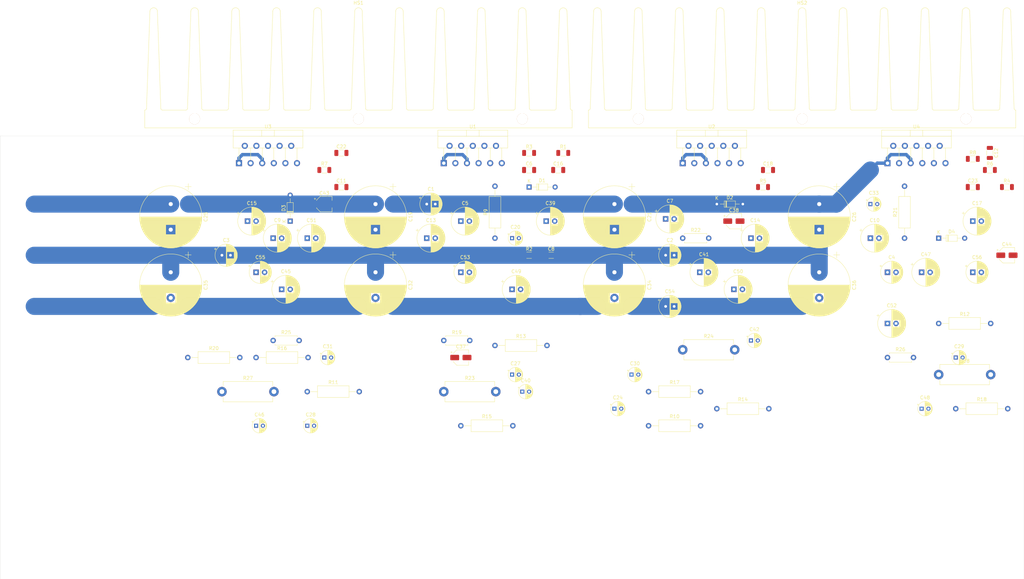
<source format=kicad_pcb>
(kicad_pcb (version 20171130) (host pcbnew "(5.1.9)-1")
  (layers (0 F.Cu signal) (31 B.Cu signal) (34 B.Paste user) (35 F.Paste user) (36 B.SilkS user) (37 F.SilkS user) (38 B.Mask user) (39 F.Mask user) (44 Edge.Cuts user))
  (net 0 "")
  (net 1 PWR_GND)
  (net 2 V+_1)
  (net 3 V+_2)
  (net 4 V+_3)
  (net 5 V+_4)
  (net 6 AUDIO_IN_LF)
  (net 7 "Net-(C6-Pad1)")
  (net 8 "Net-(C8-Pad1)")
  (net 9 AUDIO_IN_RF)
  (net 10 "Net-(C11-Pad1)")
  (net 11 AUDIO_IN_LB)
  (net 12 AUDIO_IN_RB)
  (net 13 "Net-(C12-Pad1)")
  (net 14 "Net-(C16-Pad1)")
  (net 15 SIG_GND)
  (net 16 "Net-(C18-Pad1)")
  (net 17 "Net-(C20-Pad1)")
  (net 18 "Net-(C22-Pad1)")
  (net 19 "Net-(C23-Pad1)")
  (net 20 "Net-(C24-Pad1)")
  (net 21 "Net-(C27-Pad2)")
  (net 22 "Net-(C27-Pad1)")
  (net 23 "Net-(C28-Pad1)")
  (net 24 "Net-(C29-Pad1)")
  (net 25 "Net-(C30-Pad2)")
  (net 26 "Net-(C30-Pad1)")
  (net 27 "Net-(C31-Pad1)")
  (net 28 "Net-(C31-Pad2)")
  (net 29 V-_1)
  (net 30 "Net-(C33-Pad1)")
  (net 31 "Net-(C33-Pad2)")
  (net 32 V-_2)
  (net 33 V-_3)
  (net 34 V-_4)
  (net 35 "Net-(C37-Pad2)")
  (net 36 "Net-(C38-Pad2)")
  (net 37 "Net-(C40-Pad2)")
  (net 38 "Net-(C42-Pad2)")
  (net 39 "Net-(C43-Pad2)")
  (net 40 "Net-(C44-Pad2)")
  (net 41 "Net-(C46-Pad2)")
  (net 42 "Net-(C48-Pad2)")
  (net 43 "Net-(D1-Pad1)")
  (net 44 "Net-(D2-Pad1)")
  (net 45 "Net-(D3-Pad1)")
  (net 46 "Net-(D4-Pad1)")
  (net 47 AUDIO_OUT_LF)
  (net 48 AUDIO_OUT_PF)
  (net 49 AUDIO_OUT_LB)
  (net 50 AUDIO_OUT_RB)
  (net 51 "Net-(U1-Pad11)")
  (net 52 "Net-(U1-Pad6)")
  (net 53 "Net-(U1-Pad2)")
  (net 54 "Net-(U2-Pad11)")
  (net 55 "Net-(U2-Pad6)")
  (net 56 "Net-(U2-Pad2)")
  (net 57 "Net-(U3-Pad2)")
  (net 58 "Net-(U3-Pad6)")
  (net 59 "Net-(U3-Pad11)")
  (net 60 "Net-(U4-Pad2)")
  (net 61 "Net-(U4-Pad6)")
  (net 62 "Net-(U4-Pad11)")
  (module Capacitor_THT:CP_Radial_D18.0mm_P7.50mm (layer F.Cu) (at 340 140 270)
    (fp_text reference C36 (at 3.75 -10.25 90) (layer F.SilkS))
    (fp_text value "4 700uF")
    (pad 2 thru_hole circle (at 7.5 0 270) (size 2.4 2.4) (drill 1.2) (layers *.Cu *.Mask) (net 34 V-_4))
    (pad 1 thru_hole rect (at 0 0 270) (size 2.4 2.4) (drill 1.2) (layers *.Cu *.Mask) (net 1 PWR_GND))
  )
  (module Capacitor_THT:CP_Radial_D18.0mm_P7.50mm (layer F.Cu) (at 150 140 270)
    (fp_text reference C35 (at 3.75 -10.25 90) (layer F.SilkS))
    (fp_text value "4 700uF")
    (pad 2 thru_hole circle (at 7.5 0 270) (size 2.4 2.4) (drill 1.2) (layers *.Cu *.Mask) (net 33 V-_3))
    (pad 1 thru_hole rect (at 0 0 270) (size 2.4 2.4) (drill 1.2) (layers *.Cu *.Mask) (net 1 PWR_GND))
  )
  (module Capacitor_THT:CP_Radial_D18.0mm_P7.50mm (layer F.Cu) (at 280 140 270)
    (fp_text reference C34 (at 3.75 -10.25 90) (layer F.SilkS))
    (fp_text value "4 700uF")
    (pad 2 thru_hole circle (at 7.5 0 270) (size 2.4 2.4) (drill 1.2) (layers *.Cu *.Mask) (net 32 V-_2))
    (pad 1 thru_hole rect (at 0 0 270) (size 2.4 2.4) (drill 1.2) (layers *.Cu *.Mask) (net 1 PWR_GND))
  )
  (module Capacitor_THT:CP_Radial_D18.0mm_P7.50mm (layer F.Cu) (at 210 140 270)
    (fp_text reference C32 (at 3.75 -10.25 90) (layer F.SilkS))
    (fp_text value "4 700uF")
    (pad 2 thru_hole circle (at 7.5 0 270) (size 2.4 2.4) (drill 1.2) (layers *.Cu *.Mask) (net 29 V-_1))
    (pad 1 thru_hole rect (at 0 0 270) (size 2.4 2.4) (drill 1.2) (layers *.Cu *.Mask) (net 1 PWR_GND))
  )
  (module Capacitor_THT:CP_Radial_D18.0mm_P7.50mm (layer F.Cu) (at 340 120 270)
    (fp_text reference C26 (at 3.75 -10.25 90) (layer F.SilkS))
    (fp_text value "4 700uF")
    (pad 2 thru_hole circle (at 7.5 0 270) (size 2.4 2.4) (drill 1.2) (layers *.Cu *.Mask) (net 1 PWR_GND))
    (pad 1 thru_hole rect (at 0 0 270) (size 2.4 2.4) (drill 1.2) (layers *.Cu *.Mask) (net 5 V+_4))
  )
  (module Capacitor_THT:CP_Radial_D18.0mm_P7.50mm (layer F.Cu) (at 150 120 270)
    (fp_text reference C25 (at 3.75 -10.25 90) (layer F.SilkS))
    (fp_text value "4 700uF")
    (pad 2 thru_hole circle (at 7.5 0 270) (size 2.4 2.4) (drill 1.2) (layers *.Cu *.Mask) (net 1 PWR_GND))
    (pad 1 thru_hole rect (at 0 0 270) (size 2.4 2.4) (drill 1.2) (layers *.Cu *.Mask) (net 4 V+_3))
  )
  (module Capacitor_THT:CP_Radial_D18.0mm_P7.50mm (layer F.Cu) (at 280 120 270)
    (fp_text reference C21 (at 3.75 -10.25 90) (layer F.SilkS))
    (fp_text value "4 700uF")
    (pad 2 thru_hole circle (at 7.5 0 270) (size 2.4 2.4) (drill 1.2) (layers *.Cu *.Mask) (net 1 PWR_GND))
    (pad 1 thru_hole rect (at 0 0 270) (size 2.4 2.4) (drill 1.2) (layers *.Cu *.Mask) (net 3 V+_2))
  )
  (module Capacitor_THT:CP_Radial_D18.0mm_P7.50mm (layer F.Cu) (at 210 120 270)
    (fp_text reference C19 (at 3.75 -10.25 90) (layer F.SilkS))
    (fp_text value "4 700uF")
    (pad 2 thru_hole circle (at 7.5 0 270) (size 2.4 2.4) (drill 1.2) (layers *.Cu *.Mask) (net 1 PWR_GND))
    (pad 1 thru_hole rect (at 0 0 270) (size 2.4 2.4) (drill 1.2) (layers *.Cu *.Mask) (net 2 V+_1))
  )
  (module Capacitor_THT:CP_Radial_D6.3mm_P2.50mm (layer F.Cu) (at 225 120)
    (fp_text reference C1 (at 1.25 -4.4) (layer F.SilkS))
    (fp_text value 4,7uF)
    (pad 2 thru_hole circle (at 2.5 0) (size 1.6 1.6) (drill 0.8) (layers *.Cu *.Mask) (net 1 PWR_GND))
    (pad 1 thru_hole rect (at 0 0) (size 1.6 1.6) (drill 0.8) (layers *.Cu *.Mask) (net 2 V+_1))
  )
  (module Capacitor_THT:CP_Radial_D6.3mm_P2.50mm (layer F.Cu) (at 295 135)
    (fp_text reference C2 (at 1.25 -4.4) (layer F.SilkS))
    (fp_text value 4,7uF)
    (pad 2 thru_hole circle (at 2.5 0) (size 1.6 1.6) (drill 0.8) (layers *.Cu *.Mask) (net 1 PWR_GND))
    (pad 1 thru_hole rect (at 0 0) (size 1.6 1.6) (drill 0.8) (layers *.Cu *.Mask) (net 3 V+_2))
  )
  (module Capacitor_THT:CP_Radial_D6.3mm_P2.50mm (layer F.Cu) (at 165 135)
    (fp_text reference C3 (at 1.25 -4.4) (layer F.SilkS))
    (fp_text value 4,7uF)
    (pad 1 thru_hole rect (at 0 0) (size 1.6 1.6) (drill 0.8) (layers *.Cu *.Mask) (net 4 V+_3))
    (pad 2 thru_hole circle (at 2.5 0) (size 1.6 1.6) (drill 0.8) (layers *.Cu *.Mask) (net 1 PWR_GND))
  )
  (module Capacitor_THT:CP_Radial_D6.3mm_P2.50mm (layer F.Cu) (at 360 140)
    (fp_text reference C4 (at 1.25 -4.4) (layer F.SilkS))
    (fp_text value 4,7uF)
    (pad 1 thru_hole rect (at 0 0) (size 1.6 1.6) (drill 0.8) (layers *.Cu *.Mask) (net 5 V+_4))
    (pad 2 thru_hole circle (at 2.5 0) (size 1.6 1.6) (drill 0.8) (layers *.Cu *.Mask) (net 1 PWR_GND))
  )
  (module Capacitor_THT:CP_Radial_D8.0mm_P2.50mm (layer F.Cu) (at 235 125)
    (fp_text reference C5 (at 1.25 -5.25) (layer F.SilkS))
    (fp_text value 220uF)
    (pad 2 thru_hole circle (at 2.5 0) (size 1.6 1.6) (drill 0.8) (layers *.Cu *.Mask) (net 1 PWR_GND))
    (pad 1 thru_hole rect (at 0 0) (size 1.6 1.6) (drill 0.8) (layers *.Cu *.Mask) (net 2 V+_1))
  )
  (module Capacitor_SMD:C_1206_3216Metric (layer F.Cu) (at 255 110)
    (fp_text reference C6 (at 0 -1.85) (layer F.SilkS))
    (fp_text value 4.7uF)
    (pad 2 smd roundrect (at 1.475 0) (size 1.15 1.8) (layers F.Cu F.Paste F.Mask) (roundrect_rratio 0.217391) (net 6 AUDIO_IN_LF))
    (pad 1 smd roundrect (at -1.475 0) (size 1.15 1.8) (layers F.Cu F.Paste F.Mask) (roundrect_rratio 0.217391) (net 7 "Net-(C6-Pad1)"))
  )
  (module Capacitor_THT:CP_Radial_D8.0mm_P2.50mm (layer F.Cu) (at 295 124.345001)
    (fp_text reference C7 (at 1.25 -5.25) (layer F.SilkS))
    (fp_text value 220uF)
    (pad 1 thru_hole rect (at 0 0) (size 1.6 1.6) (drill 0.8) (layers *.Cu *.Mask) (net 3 V+_2))
    (pad 2 thru_hole circle (at 2.5 0) (size 1.6 1.6) (drill 0.8) (layers *.Cu *.Mask) (net 1 PWR_GND))
  )
  (module Capacitor_SMD:C_1206_3216Metric (layer F.Cu) (at 261.475 135)
    (fp_text reference C8 (at 0 -1.85) (layer F.SilkS))
    (fp_text value 4.7uF)
    (pad 1 smd roundrect (at -1.475 0) (size 1.15 1.8) (layers F.Cu F.Paste F.Mask) (roundrect_rratio 0.217391) (net 8 "Net-(C8-Pad1)"))
    (pad 2 smd roundrect (at 1.475 0) (size 1.15 1.8) (layers F.Cu F.Paste F.Mask) (roundrect_rratio 0.217391) (net 9 AUDIO_IN_RF))
  )
  (module Capacitor_THT:CP_Radial_D8.0mm_P2.50mm (layer F.Cu) (at 180 130)
    (fp_text reference C9 (at 1.25 -5.25) (layer F.SilkS))
    (fp_text value 220uF)
    (pad 2 thru_hole circle (at 2.5 0) (size 1.6 1.6) (drill 0.8) (layers *.Cu *.Mask) (net 1 PWR_GND))
    (pad 1 thru_hole rect (at 0 0) (size 1.6 1.6) (drill 0.8) (layers *.Cu *.Mask) (net 4 V+_3))
  )
  (module Capacitor_THT:CP_Radial_D8.0mm_P2.50mm (layer F.Cu) (at 355 130)
    (fp_text reference C10 (at 1.25 -5.25) (layer F.SilkS))
    (fp_text value 220uF)
    (pad 2 thru_hole circle (at 2.5 0) (size 1.6 1.6) (drill 0.8) (layers *.Cu *.Mask) (net 1 PWR_GND))
    (pad 1 thru_hole rect (at 0 0) (size 1.6 1.6) (drill 0.8) (layers *.Cu *.Mask) (net 5 V+_4))
  )
  (module Capacitor_SMD:C_1206_3216Metric (layer F.Cu) (at 200 115)
    (fp_text reference C11 (at 0 -1.85) (layer F.SilkS))
    (fp_text value 4.7uF)
    (pad 1 smd roundrect (at -1.475 0) (size 1.15 1.8) (layers F.Cu F.Paste F.Mask) (roundrect_rratio 0.217391) (net 10 "Net-(C11-Pad1)"))
    (pad 2 smd roundrect (at 1.475 0) (size 1.15 1.8) (layers F.Cu F.Paste F.Mask) (roundrect_rratio 0.217391) (net 11 AUDIO_IN_LB))
  )
  (module Capacitor_SMD:C_1206_3216Metric (layer F.Cu) (at 390 105 270)
    (fp_text reference C12 (at 0 -1.85 90) (layer F.SilkS))
    (fp_text value 4.7uF)
    (pad 2 smd roundrect (at 1.475 0 270) (size 1.15 1.8) (layers F.Cu F.Paste F.Mask) (roundrect_rratio 0.217391) (net 12 AUDIO_IN_RB))
    (pad 1 smd roundrect (at -1.475 0 270) (size 1.15 1.8) (layers F.Cu F.Paste F.Mask) (roundrect_rratio 0.217391) (net 13 "Net-(C12-Pad1)"))
  )
  (module Capacitor_THT:CP_Radial_D8.0mm_P2.50mm (layer F.Cu) (at 225 130)
    (fp_text reference C13 (at 1.25 -5.25) (layer F.SilkS))
    (fp_text value 1000uF)
    (pad 2 thru_hole circle (at 2.5 0) (size 1.6 1.6) (drill 0.8) (layers *.Cu *.Mask) (net 1 PWR_GND))
    (pad 1 thru_hole rect (at 0 0) (size 1.6 1.6) (drill 0.8) (layers *.Cu *.Mask) (net 2 V+_1))
  )
  (module Capacitor_THT:CP_Radial_D8.0mm_P2.50mm (layer F.Cu) (at 320 130)
    (fp_text reference C14 (at 1.25 -5.25) (layer F.SilkS))
    (fp_text value 1000uF)
    (pad 1 thru_hole rect (at 0 0) (size 1.6 1.6) (drill 0.8) (layers *.Cu *.Mask) (net 3 V+_2))
    (pad 2 thru_hole circle (at 2.5 0) (size 1.6 1.6) (drill 0.8) (layers *.Cu *.Mask) (net 1 PWR_GND))
  )
  (module Capacitor_THT:CP_Radial_D8.0mm_P2.50mm (layer F.Cu) (at 172.5 125)
    (fp_text reference C15 (at 1.25 -5.25) (layer F.SilkS))
    (fp_text value 1000uF)
    (pad 2 thru_hole circle (at 2.5 0) (size 1.6 1.6) (drill 0.8) (layers *.Cu *.Mask) (net 1 PWR_GND))
    (pad 1 thru_hole rect (at 0 0) (size 1.6 1.6) (drill 0.8) (layers *.Cu *.Mask) (net 4 V+_3))
  )
  (module Capacitor_SMD:C_1206_3216Metric (layer F.Cu) (at 263.525 110)
    (fp_text reference C16 (at 0 -1.85) (layer F.SilkS))
    (fp_text value 680pF)
    (pad 1 smd roundrect (at -1.475 0) (size 1.15 1.8) (layers F.Cu F.Paste F.Mask) (roundrect_rratio 0.217391) (net 14 "Net-(C16-Pad1)"))
    (pad 2 smd roundrect (at 1.475 0) (size 1.15 1.8) (layers F.Cu F.Paste F.Mask) (roundrect_rratio 0.217391) (net 15 SIG_GND))
  )
  (module Capacitor_THT:CP_Radial_D8.0mm_P2.50mm (layer F.Cu) (at 385 125)
    (fp_text reference C17 (at 1.25 -5.25) (layer F.SilkS))
    (fp_text value 1000uF)
    (pad 1 thru_hole rect (at 0 0) (size 1.6 1.6) (drill 0.8) (layers *.Cu *.Mask) (net 5 V+_4))
    (pad 2 thru_hole circle (at 2.5 0) (size 1.6 1.6) (drill 0.8) (layers *.Cu *.Mask) (net 1 PWR_GND))
  )
  (module Capacitor_SMD:C_1206_3216Metric (layer F.Cu) (at 325 110)
    (fp_text reference C18 (at 0 -1.85) (layer F.SilkS))
    (fp_text value 680pF)
    (pad 2 smd roundrect (at 1.475 0) (size 1.15 1.8) (layers F.Cu F.Paste F.Mask) (roundrect_rratio 0.217391) (net 15 SIG_GND))
    (pad 1 smd roundrect (at -1.475 0) (size 1.15 1.8) (layers F.Cu F.Paste F.Mask) (roundrect_rratio 0.217391) (net 16 "Net-(C18-Pad1)"))
  )
  (module Capacitor_THT:CP_Radial_D4.0mm_P2.00mm (layer F.Cu) (at 250 130)
    (fp_text reference C20 (at 1 -3.25) (layer F.SilkS))
    (fp_text value 470uF)
    (pad 1 thru_hole rect (at 0 0) (size 1.2 1.2) (drill 0.6) (layers *.Cu *.Mask) (net 17 "Net-(C20-Pad1)"))
    (pad 2 thru_hole circle (at 2 0) (size 1.2 1.2) (drill 0.6) (layers *.Cu *.Mask) (net 15 SIG_GND))
  )
  (module Capacitor_SMD:C_1206_3216Metric (layer F.Cu) (at 200 105)
    (fp_text reference C22 (at 0 -1.85) (layer F.SilkS))
    (fp_text value 680pF)
    (pad 1 smd roundrect (at -1.475 0) (size 1.15 1.8) (layers F.Cu F.Paste F.Mask) (roundrect_rratio 0.217391) (net 18 "Net-(C22-Pad1)"))
    (pad 2 smd roundrect (at 1.475 0) (size 1.15 1.8) (layers F.Cu F.Paste F.Mask) (roundrect_rratio 0.217391) (net 15 SIG_GND))
  )
  (module Capacitor_SMD:C_1206_3216Metric (layer F.Cu) (at 385 115)
    (fp_text reference C23 (at 0 -1.85) (layer F.SilkS))
    (fp_text value 680pF)
    (pad 2 smd roundrect (at 1.475 0) (size 1.15 1.8) (layers F.Cu F.Paste F.Mask) (roundrect_rratio 0.217391) (net 15 SIG_GND))
    (pad 1 smd roundrect (at -1.475 0) (size 1.15 1.8) (layers F.Cu F.Paste F.Mask) (roundrect_rratio 0.217391) (net 19 "Net-(C23-Pad1)"))
  )
  (module Capacitor_THT:CP_Radial_D4.0mm_P2.00mm (layer F.Cu) (at 280 180)
    (fp_text reference C24 (at 1 -3.25) (layer F.SilkS))
    (fp_text value 470uF)
    (pad 2 thru_hole circle (at 2 0) (size 1.2 1.2) (drill 0.6) (layers *.Cu *.Mask) (net 15 SIG_GND))
    (pad 1 thru_hole rect (at 0 0) (size 1.2 1.2) (drill 0.6) (layers *.Cu *.Mask) (net 20 "Net-(C24-Pad1)"))
  )
  (module Capacitor_THT:CP_Radial_D4.0mm_P2.00mm (layer F.Cu) (at 250 170)
    (fp_text reference C27 (at 1 -3.25) (layer F.SilkS))
    (fp_text value 47pF)
    (pad 2 thru_hole circle (at 2 0) (size 1.2 1.2) (drill 0.6) (layers *.Cu *.Mask) (net 21 "Net-(C27-Pad2)"))
    (pad 1 thru_hole rect (at 0 0) (size 1.2 1.2) (drill 0.6) (layers *.Cu *.Mask) (net 22 "Net-(C27-Pad1)"))
  )
  (module Capacitor_THT:CP_Radial_D4.0mm_P2.00mm (layer F.Cu) (at 190 185)
    (fp_text reference C28 (at 1 -3.25) (layer F.SilkS))
    (fp_text value 470uF)
    (pad 1 thru_hole rect (at 0 0) (size 1.2 1.2) (drill 0.6) (layers *.Cu *.Mask) (net 23 "Net-(C28-Pad1)"))
    (pad 2 thru_hole circle (at 2 0) (size 1.2 1.2) (drill 0.6) (layers *.Cu *.Mask) (net 15 SIG_GND))
  )
  (module Capacitor_THT:CP_Radial_D4.0mm_P2.00mm (layer F.Cu) (at 380 165)
    (fp_text reference C29 (at 1 -3.25) (layer F.SilkS))
    (fp_text value 470uF)
    (pad 2 thru_hole circle (at 2 0) (size 1.2 1.2) (drill 0.6) (layers *.Cu *.Mask) (net 15 SIG_GND))
    (pad 1 thru_hole rect (at 0 0) (size 1.2 1.2) (drill 0.6) (layers *.Cu *.Mask) (net 24 "Net-(C29-Pad1)"))
  )
  (module Capacitor_THT:CP_Radial_D4.0mm_P2.00mm (layer F.Cu) (at 285 170)
    (fp_text reference C30 (at 1 -3.25) (layer F.SilkS))
    (fp_text value 47pF)
    (pad 2 thru_hole circle (at 2 0) (size 1.2 1.2) (drill 0.6) (layers *.Cu *.Mask) (net 25 "Net-(C30-Pad2)"))
    (pad 1 thru_hole rect (at 0 0) (size 1.2 1.2) (drill 0.6) (layers *.Cu *.Mask) (net 26 "Net-(C30-Pad1)"))
  )
  (module Capacitor_THT:CP_Radial_D4.0mm_P2.00mm (layer F.Cu) (at 195 165)
    (fp_text reference C31 (at 1 -3.25) (layer F.SilkS))
    (fp_text value 47pF)
    (pad 1 thru_hole rect (at 0 0) (size 1.2 1.2) (drill 0.6) (layers *.Cu *.Mask) (net 27 "Net-(C31-Pad1)"))
    (pad 2 thru_hole circle (at 2 0) (size 1.2 1.2) (drill 0.6) (layers *.Cu *.Mask) (net 28 "Net-(C31-Pad2)"))
  )
  (module Capacitor_THT:CP_Radial_D4.0mm_P2.00mm (layer F.Cu) (at 355 120)
    (fp_text reference C33 (at 1 -3.25) (layer F.SilkS))
    (fp_text value 47pF)
    (pad 1 thru_hole rect (at 0 0) (size 1.2 1.2) (drill 0.6) (layers *.Cu *.Mask) (net 30 "Net-(C33-Pad1)"))
    (pad 2 thru_hole circle (at 2 0) (size 1.2 1.2) (drill 0.6) (layers *.Cu *.Mask) (net 31 "Net-(C33-Pad2)"))
  )
  (module Capacitor_SMD:CP_Elec_4x3 (layer F.Cu) (at 235 165)
    (fp_text reference C37 (at 0 -3.2) (layer F.SilkS))
    (fp_text value 100uF)
    (pad 2 smd roundrect (at 1.8 0) (size 2.6 1.6) (layers F.Cu F.Paste F.Mask) (roundrect_rratio 0.15625) (net 35 "Net-(C37-Pad2)"))
    (pad 1 smd roundrect (at -1.8 0) (size 2.6 1.6) (layers F.Cu F.Paste F.Mask) (roundrect_rratio 0.15625) (net 1 PWR_GND))
  )
  (module Capacitor_SMD:CP_Elec_4x3 (layer F.Cu) (at 315 125)
    (fp_text reference C38 (at 0 -3.2) (layer F.SilkS))
    (fp_text value 100uF)
    (pad 1 smd roundrect (at -1.8 0) (size 2.6 1.6) (layers F.Cu F.Paste F.Mask) (roundrect_rratio 0.15625) (net 1 PWR_GND))
    (pad 2 smd roundrect (at 1.8 0) (size 2.6 1.6) (layers F.Cu F.Paste F.Mask) (roundrect_rratio 0.15625) (net 36 "Net-(C38-Pad2)"))
  )
  (module Capacitor_THT:CP_Radial_D8.0mm_P2.50mm (layer F.Cu) (at 260 125)
    (fp_text reference C39 (at 1.25 -5.25) (layer F.SilkS))
    (fp_text value 1000uF)
    (pad 1 thru_hole rect (at 0 0) (size 1.6 1.6) (drill 0.8) (layers *.Cu *.Mask) (net 1 PWR_GND))
    (pad 2 thru_hole circle (at 2.5 0) (size 1.6 1.6) (drill 0.8) (layers *.Cu *.Mask) (net 29 V-_1))
  )
  (module Capacitor_THT:CP_Radial_D4.0mm_P2.00mm (layer F.Cu) (at 253 175)
    (fp_text reference C40 (at 1 -3.25) (layer F.SilkS))
    (fp_text value 220nF)
    (pad 1 thru_hole rect (at 0 0) (size 1.2 1.2) (drill 0.6) (layers *.Cu *.Mask) (net 1 PWR_GND))
    (pad 2 thru_hole circle (at 2 0) (size 1.2 1.2) (drill 0.6) (layers *.Cu *.Mask) (net 37 "Net-(C40-Pad2)"))
  )
  (module Capacitor_THT:CP_Radial_D8.0mm_P2.50mm (layer F.Cu) (at 305 140)
    (fp_text reference C41 (at 1.25 -5.25) (layer F.SilkS))
    (fp_text value 1000uF)
    (pad 2 thru_hole circle (at 2.5 0) (size 1.6 1.6) (drill 0.8) (layers *.Cu *.Mask) (net 32 V-_2))
    (pad 1 thru_hole rect (at 0 0) (size 1.6 1.6) (drill 0.8) (layers *.Cu *.Mask) (net 1 PWR_GND))
  )
  (module Capacitor_THT:CP_Radial_D4.0mm_P2.00mm (layer F.Cu) (at 320 160)
    (fp_text reference C42 (at 1 -3.25) (layer F.SilkS))
    (fp_text value 220nF)
    (pad 2 thru_hole circle (at 2 0) (size 1.2 1.2) (drill 0.6) (layers *.Cu *.Mask) (net 38 "Net-(C42-Pad2)"))
    (pad 1 thru_hole rect (at 0 0) (size 1.2 1.2) (drill 0.6) (layers *.Cu *.Mask) (net 1 PWR_GND))
  )
  (module Capacitor_SMD:CP_Elec_4x3 (layer F.Cu) (at 195 120)
    (fp_text reference C43 (at 0 -3.2) (layer F.SilkS))
    (fp_text value 100uF)
    (pad 1 smd roundrect (at -1.8 0) (size 2.6 1.6) (layers F.Cu F.Paste F.Mask) (roundrect_rratio 0.15625) (net 1 PWR_GND))
    (pad 2 smd roundrect (at 1.8 0) (size 2.6 1.6) (layers F.Cu F.Paste F.Mask) (roundrect_rratio 0.15625) (net 39 "Net-(C43-Pad2)"))
  )
  (module Capacitor_SMD:CP_Elec_4x3 (layer F.Cu) (at 395 135)
    (fp_text reference C44 (at 0 -3.2) (layer F.SilkS))
    (fp_text value 100uF)
    (pad 2 smd roundrect (at 1.8 0) (size 2.6 1.6) (layers F.Cu F.Paste F.Mask) (roundrect_rratio 0.15625) (net 40 "Net-(C44-Pad2)"))
    (pad 1 smd roundrect (at -1.8 0) (size 2.6 1.6) (layers F.Cu F.Paste F.Mask) (roundrect_rratio 0.15625) (net 1 PWR_GND))
  )
  (module Capacitor_THT:CP_Radial_D8.0mm_P2.50mm (layer F.Cu) (at 182.5 145)
    (fp_text reference C45 (at 1.25 -5.25) (layer F.SilkS))
    (fp_text value 1000uF)
    (pad 1 thru_hole rect (at 0 0) (size 1.6 1.6) (drill 0.8) (layers *.Cu *.Mask) (net 1 PWR_GND))
    (pad 2 thru_hole circle (at 2.5 0) (size 1.6 1.6) (drill 0.8) (layers *.Cu *.Mask) (net 33 V-_3))
  )
  (module Capacitor_THT:CP_Radial_D4.0mm_P2.00mm (layer F.Cu) (at 175 185)
    (fp_text reference C46 (at 1 -3.25) (layer F.SilkS))
    (fp_text value 220nF)
    (pad 1 thru_hole rect (at 0 0) (size 1.2 1.2) (drill 0.6) (layers *.Cu *.Mask) (net 1 PWR_GND))
    (pad 2 thru_hole circle (at 2 0) (size 1.2 1.2) (drill 0.6) (layers *.Cu *.Mask) (net 41 "Net-(C46-Pad2)"))
  )
  (module Capacitor_THT:CP_Radial_D8.0mm_P2.50mm (layer F.Cu) (at 370 140)
    (fp_text reference C47 (at 1.25 -5.25) (layer F.SilkS))
    (fp_text value 1000uF)
    (pad 2 thru_hole circle (at 2.5 0) (size 1.6 1.6) (drill 0.8) (layers *.Cu *.Mask) (net 34 V-_4))
    (pad 1 thru_hole rect (at 0 0) (size 1.6 1.6) (drill 0.8) (layers *.Cu *.Mask) (net 1 PWR_GND))
  )
  (module Capacitor_THT:CP_Radial_D4.0mm_P2.00mm (layer F.Cu) (at 370 180)
    (fp_text reference C48 (at 1 -3.25) (layer F.SilkS))
    (fp_text value 220nF)
    (pad 2 thru_hole circle (at 2 0) (size 1.2 1.2) (drill 0.6) (layers *.Cu *.Mask) (net 42 "Net-(C48-Pad2)"))
    (pad 1 thru_hole rect (at 0 0) (size 1.2 1.2) (drill 0.6) (layers *.Cu *.Mask) (net 1 PWR_GND))
  )
  (module Capacitor_THT:CP_Radial_D8.0mm_P2.50mm (layer F.Cu) (at 250 145)
    (fp_text reference C49 (at 1.25 -5.25) (layer F.SilkS))
    (fp_text value 220uF)
    (pad 1 thru_hole rect (at 0 0) (size 1.6 1.6) (drill 0.8) (layers *.Cu *.Mask) (net 1 PWR_GND))
    (pad 2 thru_hole circle (at 2.5 0) (size 1.6 1.6) (drill 0.8) (layers *.Cu *.Mask) (net 29 V-_1))
  )
  (module Capacitor_THT:CP_Radial_D8.0mm_P2.50mm (layer F.Cu) (at 315 145)
    (fp_text reference C50 (at 1.25 -5.25) (layer F.SilkS))
    (fp_text value 220uF)
    (pad 1 thru_hole rect (at 0 0) (size 1.6 1.6) (drill 0.8) (layers *.Cu *.Mask) (net 1 PWR_GND))
    (pad 2 thru_hole circle (at 2.5 0) (size 1.6 1.6) (drill 0.8) (layers *.Cu *.Mask) (net 32 V-_2))
  )
  (module Capacitor_THT:CP_Radial_D8.0mm_P2.50mm (layer F.Cu) (at 190 130)
    (fp_text reference C51 (at 1.25 -5.25) (layer F.SilkS))
    (fp_text value 220uF)
    (pad 2 thru_hole circle (at 2.5 0) (size 1.6 1.6) (drill 0.8) (layers *.Cu *.Mask) (net 33 V-_3))
    (pad 1 thru_hole rect (at 0 0) (size 1.6 1.6) (drill 0.8) (layers *.Cu *.Mask) (net 1 PWR_GND))
  )
  (module Capacitor_THT:CP_Radial_D8.0mm_P2.50mm (layer F.Cu) (at 360 155)
    (fp_text reference C52 (at 1.25 -5.25) (layer F.SilkS))
    (fp_text value 220uF)
    (pad 1 thru_hole rect (at 0 0) (size 1.6 1.6) (drill 0.8) (layers *.Cu *.Mask) (net 1 PWR_GND))
    (pad 2 thru_hole circle (at 2.5 0) (size 1.6 1.6) (drill 0.8) (layers *.Cu *.Mask) (net 34 V-_4))
  )
  (module Capacitor_THT:CP_Radial_D6.3mm_P2.50mm (layer F.Cu) (at 235 140)
    (fp_text reference C53 (at 1.25 -4.4) (layer F.SilkS))
    (fp_text value 4,7uF)
    (pad 1 thru_hole rect (at 0 0) (size 1.6 1.6) (drill 0.8) (layers *.Cu *.Mask) (net 1 PWR_GND))
    (pad 2 thru_hole circle (at 2.5 0) (size 1.6 1.6) (drill 0.8) (layers *.Cu *.Mask) (net 29 V-_1))
  )
  (module Capacitor_THT:CP_Radial_D6.3mm_P2.50mm (layer F.Cu) (at 295 150)
    (fp_text reference C54 (at 1.25 -4.4) (layer F.SilkS))
    (fp_text value 4,7uF)
    (pad 2 thru_hole circle (at 2.5 0) (size 1.6 1.6) (drill 0.8) (layers *.Cu *.Mask) (net 32 V-_2))
    (pad 1 thru_hole rect (at 0 0) (size 1.6 1.6) (drill 0.8) (layers *.Cu *.Mask) (net 1 PWR_GND))
  )
  (module Capacitor_THT:CP_Radial_D6.3mm_P2.50mm (layer F.Cu) (at 175 140)
    (fp_text reference C55 (at 1.25 -4.4) (layer F.SilkS))
    (fp_text value 4,7uF)
    (pad 2 thru_hole circle (at 2.5 0) (size 1.6 1.6) (drill 0.8) (layers *.Cu *.Mask) (net 33 V-_3))
    (pad 1 thru_hole rect (at 0 0) (size 1.6 1.6) (drill 0.8) (layers *.Cu *.Mask) (net 1 PWR_GND))
  )
  (module Capacitor_THT:CP_Radial_D6.3mm_P2.50mm (layer F.Cu) (at 385 140)
    (fp_text reference C56 (at 1.25 -4.4) (layer F.SilkS))
    (fp_text value 4,7uF)
    (pad 1 thru_hole rect (at 0 0) (size 1.6 1.6) (drill 0.8) (layers *.Cu *.Mask) (net 1 PWR_GND))
    (pad 2 thru_hole circle (at 2.5 0) (size 1.6 1.6) (drill 0.8) (layers *.Cu *.Mask) (net 34 V-_4))
  )
  (module Diode_THT:D_DO-34_SOD68_P7.62mm_Horizontal (layer F.Cu) (at 255 115)
    (fp_text reference D1 (at 3.81 -1.92) (layer F.SilkS))
    (fp_text value D_Zener)
    (fp_text user K (at 0 -1.75) (layer F.SilkS))
    (pad 1 thru_hole rect (at 0 0) (size 1.5 1.5) (drill 0.75) (layers *.Cu *.Mask) (net 43 "Net-(D1-Pad1)"))
    (pad 2 thru_hole oval (at 7.62 0) (size 1.5 1.5) (drill 0.75) (layers *.Cu *.Mask) (net 35 "Net-(C37-Pad2)"))
  )
  (module Diode_THT:D_DO-34_SOD68_P7.62mm_Horizontal (layer F.Cu) (at 310 120)
    (fp_text reference D2 (at 3.81 -1.92) (layer F.SilkS))
    (fp_text value D_Zener)
    (fp_text user K (at 0 -1.75) (layer F.SilkS))
    (pad 2 thru_hole oval (at 7.62 0) (size 1.5 1.5) (drill 0.75) (layers *.Cu *.Mask) (net 36 "Net-(C38-Pad2)"))
    (pad 1 thru_hole rect (at 0 0) (size 1.5 1.5) (drill 0.75) (layers *.Cu *.Mask) (net 44 "Net-(D2-Pad1)"))
  )
  (module Diode_THT:D_DO-34_SOD68_P7.62mm_Horizontal (layer F.Cu) (at 185 125 90)
    (fp_text reference D3 (at 3.81 -1.92 90) (layer F.SilkS))
    (fp_text value D_Zener)
    (fp_text user K (at 0 -1.75 90) (layer F.SilkS))
    (pad 2 thru_hole oval (at 7.62 0 90) (size 1.5 1.5) (drill 0.75) (layers *.Cu *.Mask) (net 39 "Net-(C43-Pad2)"))
    (pad 1 thru_hole rect (at 0 0 90) (size 1.5 1.5) (drill 0.75) (layers *.Cu *.Mask) (net 45 "Net-(D3-Pad1)"))
  )
  (module Diode_THT:D_DO-34_SOD68_P7.62mm_Horizontal (layer F.Cu) (at 375 130)
    (fp_text reference D4 (at 3.81 -1.92) (layer F.SilkS))
    (fp_text value D_Zener)
    (fp_text user K (at 0 -1.75) (layer F.SilkS))
    (pad 1 thru_hole rect (at 0 0) (size 1.5 1.5) (drill 0.75) (layers *.Cu *.Mask) (net 46 "Net-(D4-Pad1)"))
    (pad 2 thru_hole oval (at 7.62 0) (size 1.5 1.5) (drill 0.75) (layers *.Cu *.Mask) (net 40 "Net-(C44-Pad2)"))
  )
  (module Heatsink:Heatsink_125x35x50mm_3xFixationM3 (layer F.Cu) (at 205 95)
    (fp_text reference HS1 (at 0 -34) (layer F.SilkS))
    (fp_text value Heatsink)
    (pad "" np_thru_hole circle (at 48.006 0) (size 3.2 3.2) (drill 3.2) (layers *.Cu *.SilkS *.Mask))
    (pad "" np_thru_hole circle (at 0 0) (size 3.2 3.2) (drill 3.2) (layers *.Cu *.SilkS *.Mask))
    (pad "" np_thru_hole circle (at -48 0) (size 3.2 3.2) (drill 3.2) (layers *.Cu *.SilkS *.Mask))
  )
  (module Heatsink:Heatsink_125x35x50mm_3xFixationM3 (layer F.Cu) (at 335 95)
    (fp_text reference HS2 (at 0 -34) (layer F.SilkS))
    (fp_text value Heatsink)
    (pad "" np_thru_hole circle (at -48 0) (size 3.2 3.2) (drill 3.2) (layers *.Cu *.SilkS *.Mask))
    (pad "" np_thru_hole circle (at 0 0) (size 3.2 3.2) (drill 3.2) (layers *.Cu *.SilkS *.Mask))
    (pad "" np_thru_hole circle (at 48.006 0) (size 3.2 3.2) (drill 3.2) (layers *.Cu *.SilkS *.Mask))
  )
  (module Resistor_SMD:R_1206_3216Metric (layer F.Cu) (at 265 105)
    (fp_text reference R1 (at 0 -1.82) (layer F.SilkS))
    (fp_text value 20k)
    (pad 1 smd roundrect (at -1.4625 0) (size 1.125 1.75) (layers F.Cu F.Paste F.Mask) (roundrect_rratio 0.222222) (net 15 SIG_GND))
    (pad 2 smd roundrect (at 1.4625 0) (size 1.125 1.75) (layers F.Cu F.Paste F.Mask) (roundrect_rratio 0.222222) (net 7 "Net-(C6-Pad1)"))
  )
  (module Resistor_SMD:R_1206_3216Metric (layer F.Cu) (at 255 135)
    (fp_text reference R2 (at 0 -1.82) (layer F.SilkS))
    (fp_text value 20k)
    (pad 2 smd roundrect (at 1.4625 0) (size 1.125 1.75) (layers F.Cu F.Paste F.Mask) (roundrect_rratio 0.222222) (net 8 "Net-(C8-Pad1)"))
    (pad 1 smd roundrect (at -1.4625 0) (size 1.125 1.75) (layers F.Cu F.Paste F.Mask) (roundrect_rratio 0.222222) (net 15 SIG_GND))
  )
  (module Resistor_SMD:R_1206_3216Metric (layer F.Cu) (at 255 105)
    (fp_text reference R3 (at 0 -1.82) (layer F.SilkS))
    (fp_text value 1k)
    (pad 2 smd roundrect (at 1.4625 0) (size 1.125 1.75) (layers F.Cu F.Paste F.Mask) (roundrect_rratio 0.222222) (net 7 "Net-(C6-Pad1)"))
    (pad 1 smd roundrect (at -1.4625 0) (size 1.125 1.75) (layers F.Cu F.Paste F.Mask) (roundrect_rratio 0.222222) (net 14 "Net-(C16-Pad1)"))
  )
  (module Resistor_SMD:R_1206_3216Metric (layer F.Cu) (at 395 115)
    (fp_text reference R4 (at 0 -1.82) (layer F.SilkS))
    (fp_text value 20k)
    (pad 1 smd roundrect (at -1.4625 0) (size 1.125 1.75) (layers F.Cu F.Paste F.Mask) (roundrect_rratio 0.222222) (net 15 SIG_GND))
    (pad 2 smd roundrect (at 1.4625 0) (size 1.125 1.75) (layers F.Cu F.Paste F.Mask) (roundrect_rratio 0.222222) (net 10 "Net-(C11-Pad1)"))
  )
  (module Resistor_SMD:R_1206_3216Metric (layer F.Cu) (at 323.5375 115)
    (fp_text reference R5 (at 0 -1.82) (layer F.SilkS))
    (fp_text value 1k)
    (pad 1 smd roundrect (at -1.4625 0) (size 1.125 1.75) (layers F.Cu F.Paste F.Mask) (roundrect_rratio 0.222222) (net 16 "Net-(C18-Pad1)"))
    (pad 2 smd roundrect (at 1.4625 0) (size 1.125 1.75) (layers F.Cu F.Paste F.Mask) (roundrect_rratio 0.222222) (net 8 "Net-(C8-Pad1)"))
  )
  (module Resistor_SMD:R_1206_3216Metric (layer F.Cu) (at 390 110)
    (fp_text reference R6 (at 0 -1.82) (layer F.SilkS))
    (fp_text value 20k)
    (pad 1 smd roundrect (at -1.4625 0) (size 1.125 1.75) (layers F.Cu F.Paste F.Mask) (roundrect_rratio 0.222222) (net 15 SIG_GND))
    (pad 2 smd roundrect (at 1.4625 0) (size 1.125 1.75) (layers F.Cu F.Paste F.Mask) (roundrect_rratio 0.222222) (net 13 "Net-(C12-Pad1)"))
  )
  (module Resistor_SMD:R_1206_3216Metric (layer F.Cu) (at 195 110)
    (fp_text reference R7 (at 0 -1.82) (layer F.SilkS))
    (fp_text value 1k)
    (pad 2 smd roundrect (at 1.4625 0) (size 1.125 1.75) (layers F.Cu F.Paste F.Mask) (roundrect_rratio 0.222222) (net 10 "Net-(C11-Pad1)"))
    (pad 1 smd roundrect (at -1.4625 0) (size 1.125 1.75) (layers F.Cu F.Paste F.Mask) (roundrect_rratio 0.222222) (net 18 "Net-(C22-Pad1)"))
  )
  (module Resistor_SMD:R_1206_3216Metric (layer F.Cu) (at 385 106.735001)
    (fp_text reference R8 (at 0 -1.82) (layer F.SilkS))
    (fp_text value 1k)
    (pad 2 smd roundrect (at 1.4625 0) (size 1.125 1.75) (layers F.Cu F.Paste F.Mask) (roundrect_rratio 0.222222) (net 13 "Net-(C12-Pad1)"))
    (pad 1 smd roundrect (at -1.4625 0) (size 1.125 1.75) (layers F.Cu F.Paste F.Mask) (roundrect_rratio 0.222222) (net 19 "Net-(C23-Pad1)"))
  )
  (module Resistor_THT:R_Axial_DIN0309_L9.0mm_D3.2mm_P15.24mm_Horizontal (layer F.Cu) (at 245 130 90)
    (fp_text reference R9 (at 7.62 -2.72 90) (layer F.SilkS))
    (fp_text value 1k)
    (pad 1 thru_hole circle (at 0 0 90) (size 1.6 1.6) (drill 0.8) (layers *.Cu *.Mask) (net 17 "Net-(C20-Pad1)"))
    (pad 2 thru_hole oval (at 15.24 0 90) (size 1.6 1.6) (drill 0.8) (layers *.Cu *.Mask) (net 21 "Net-(C27-Pad2)"))
  )
  (module Resistor_THT:R_Axial_DIN0309_L9.0mm_D3.2mm_P15.24mm_Horizontal (layer F.Cu) (at 290 185)
    (fp_text reference R10 (at 7.62 -2.72) (layer F.SilkS))
    (fp_text value 1k)
    (pad 2 thru_hole oval (at 15.24 0) (size 1.6 1.6) (drill 0.8) (layers *.Cu *.Mask) (net 25 "Net-(C30-Pad2)"))
    (pad 1 thru_hole circle (at 0 0) (size 1.6 1.6) (drill 0.8) (layers *.Cu *.Mask) (net 20 "Net-(C24-Pad1)"))
  )
  (module Resistor_THT:R_Axial_DIN0309_L9.0mm_D3.2mm_P15.24mm_Horizontal (layer F.Cu) (at 190 175)
    (fp_text reference R11 (at 7.62 -2.72) (layer F.SilkS))
    (fp_text value 1k)
    (pad 2 thru_hole oval (at 15.24 0) (size 1.6 1.6) (drill 0.8) (layers *.Cu *.Mask) (net 28 "Net-(C31-Pad2)"))
    (pad 1 thru_hole circle (at 0 0) (size 1.6 1.6) (drill 0.8) (layers *.Cu *.Mask) (net 23 "Net-(C28-Pad1)"))
  )
  (module Resistor_THT:R_Axial_DIN0309_L9.0mm_D3.2mm_P15.24mm_Horizontal (layer F.Cu) (at 375 155)
    (fp_text reference R12 (at 7.62 -2.72) (layer F.SilkS))
    (fp_text value 1k)
    (pad 1 thru_hole circle (at 0 0) (size 1.6 1.6) (drill 0.8) (layers *.Cu *.Mask) (net 24 "Net-(C29-Pad1)"))
    (pad 2 thru_hole oval (at 15.24 0) (size 1.6 1.6) (drill 0.8) (layers *.Cu *.Mask) (net 31 "Net-(C33-Pad2)"))
  )
  (module Resistor_THT:R_Axial_DIN0309_L9.0mm_D3.2mm_P15.24mm_Horizontal (layer F.Cu) (at 245 161.465001)
    (fp_text reference R13 (at 7.62 -2.72) (layer F.SilkS))
    (fp_text value 20k)
    (pad 2 thru_hole oval (at 15.24 0) (size 1.6 1.6) (drill 0.8) (layers *.Cu *.Mask) (net 47 AUDIO_OUT_LF))
    (pad 1 thru_hole circle (at 0 0) (size 1.6 1.6) (drill 0.8) (layers *.Cu *.Mask) (net 21 "Net-(C27-Pad2)"))
  )
  (module Resistor_THT:R_Axial_DIN0309_L9.0mm_D3.2mm_P15.24mm_Horizontal (layer F.Cu) (at 310 180)
    (fp_text reference R14 (at 7.62 -2.72) (layer F.SilkS))
    (fp_text value 20k)
    (pad 1 thru_hole circle (at 0 0) (size 1.6 1.6) (drill 0.8) (layers *.Cu *.Mask) (net 25 "Net-(C30-Pad2)"))
    (pad 2 thru_hole oval (at 15.24 0) (size 1.6 1.6) (drill 0.8) (layers *.Cu *.Mask) (net 48 AUDIO_OUT_PF))
  )
  (module Resistor_THT:R_Axial_DIN0309_L9.0mm_D3.2mm_P15.24mm_Horizontal (layer F.Cu) (at 235 185)
    (fp_text reference R15 (at 7.62 -2.72) (layer F.SilkS))
    (fp_text value 20k)
    (pad 1 thru_hole circle (at 0 0) (size 1.6 1.6) (drill 0.8) (layers *.Cu *.Mask) (net 22 "Net-(C27-Pad1)"))
    (pad 2 thru_hole oval (at 15.24 0) (size 1.6 1.6) (drill 0.8) (layers *.Cu *.Mask) (net 47 AUDIO_OUT_LF))
  )
  (module Resistor_THT:R_Axial_DIN0309_L9.0mm_D3.2mm_P15.24mm_Horizontal (layer F.Cu) (at 175 165)
    (fp_text reference R16 (at 7.62 -2.72) (layer F.SilkS))
    (fp_text value 20k)
    (pad 2 thru_hole oval (at 15.24 0) (size 1.6 1.6) (drill 0.8) (layers *.Cu *.Mask) (net 49 AUDIO_OUT_LB))
    (pad 1 thru_hole circle (at 0 0) (size 1.6 1.6) (drill 0.8) (layers *.Cu *.Mask) (net 28 "Net-(C31-Pad2)"))
  )
  (module Resistor_THT:R_Axial_DIN0309_L9.0mm_D3.2mm_P15.24mm_Horizontal (layer F.Cu) (at 290 175)
    (fp_text reference R17 (at 7.62 -2.72) (layer F.SilkS))
    (fp_text value 20k)
    (pad 2 thru_hole oval (at 15.24 0) (size 1.6 1.6) (drill 0.8) (layers *.Cu *.Mask) (net 48 AUDIO_OUT_PF))
    (pad 1 thru_hole circle (at 0 0) (size 1.6 1.6) (drill 0.8) (layers *.Cu *.Mask) (net 26 "Net-(C30-Pad1)"))
  )
  (module Resistor_THT:R_Axial_DIN0309_L9.0mm_D3.2mm_P15.24mm_Horizontal (layer F.Cu) (at 380 180)
    (fp_text reference R18 (at 7.62 -2.72) (layer F.SilkS))
    (fp_text value 20k)
    (pad 2 thru_hole oval (at 15.24 0) (size 1.6 1.6) (drill 0.8) (layers *.Cu *.Mask) (net 50 AUDIO_OUT_RB))
    (pad 1 thru_hole circle (at 0 0) (size 1.6 1.6) (drill 0.8) (layers *.Cu *.Mask) (net 31 "Net-(C33-Pad2)"))
  )
  (module Resistor_THT:R_Axial_DIN0207_L6.3mm_D2.5mm_P7.62mm_Horizontal (layer F.Cu) (at 230 160)
    (fp_text reference R19 (at 3.81 -2.37) (layer F.SilkS))
    (fp_text value 10k)
    (pad 1 thru_hole circle (at 0 0) (size 1.6 1.6) (drill 0.8) (layers *.Cu *.Mask) (net 29 V-_1))
    (pad 2 thru_hole oval (at 7.62 0) (size 1.6 1.6) (drill 0.8) (layers *.Cu *.Mask) (net 35 "Net-(C37-Pad2)"))
  )
  (module Resistor_THT:R_Axial_DIN0309_L9.0mm_D3.2mm_P15.24mm_Horizontal (layer F.Cu) (at 155 165)
    (fp_text reference R20 (at 7.62 -2.72) (layer F.SilkS))
    (fp_text value 20k)
    (pad 1 thru_hole circle (at 0 0) (size 1.6 1.6) (drill 0.8) (layers *.Cu *.Mask) (net 27 "Net-(C31-Pad1)"))
    (pad 2 thru_hole oval (at 15.24 0) (size 1.6 1.6) (drill 0.8) (layers *.Cu *.Mask) (net 49 AUDIO_OUT_LB))
  )
  (module Resistor_THT:R_Axial_DIN0309_L9.0mm_D3.2mm_P15.24mm_Horizontal (layer F.Cu) (at 365 130 90)
    (fp_text reference R21 (at 7.62 -2.72 90) (layer F.SilkS))
    (fp_text value 20k)
    (pad 1 thru_hole circle (at 0 0 90) (size 1.6 1.6) (drill 0.8) (layers *.Cu *.Mask) (net 30 "Net-(C33-Pad1)"))
    (pad 2 thru_hole oval (at 15.24 0 90) (size 1.6 1.6) (drill 0.8) (layers *.Cu *.Mask) (net 50 AUDIO_OUT_RB))
  )
  (module Resistor_THT:R_Axial_DIN0207_L6.3mm_D2.5mm_P7.62mm_Horizontal (layer F.Cu) (at 300 130)
    (fp_text reference R22 (at 3.81 -2.37) (layer F.SilkS))
    (fp_text value 10k)
    (pad 2 thru_hole oval (at 7.62 0) (size 1.6 1.6) (drill 0.8) (layers *.Cu *.Mask) (net 36 "Net-(C38-Pad2)"))
    (pad 1 thru_hole circle (at 0 0) (size 1.6 1.6) (drill 0.8) (layers *.Cu *.Mask) (net 32 V-_2))
  )
  (module Resistor_THT:R_Axial_DIN0614_L14.3mm_D5.7mm_P15.24mm_Horizontal (layer F.Cu) (at 230 175)
    (fp_text reference R23 (at 7.62 -3.97) (layer F.SilkS))
    (fp_text value 4,7R)
    (pad 2 thru_hole oval (at 15.24 0) (size 2.8 2.8) (drill 1.4) (layers *.Cu *.Mask) (net 37 "Net-(C40-Pad2)"))
    (pad 1 thru_hole circle (at 0 0) (size 2.8 2.8) (drill 1.4) (layers *.Cu *.Mask) (net 47 AUDIO_OUT_LF))
  )
  (module Resistor_THT:R_Axial_DIN0614_L14.3mm_D5.7mm_P15.24mm_Horizontal (layer F.Cu) (at 300 162.715001)
    (fp_text reference R24 (at 7.62 -3.97) (layer F.SilkS))
    (fp_text value 4,7R)
    (pad 1 thru_hole circle (at 0 0) (size 2.8 2.8) (drill 1.4) (layers *.Cu *.Mask) (net 48 AUDIO_OUT_PF))
    (pad 2 thru_hole oval (at 15.24 0) (size 2.8 2.8) (drill 1.4) (layers *.Cu *.Mask) (net 38 "Net-(C42-Pad2)"))
  )
  (module Resistor_THT:R_Axial_DIN0207_L6.3mm_D2.5mm_P7.62mm_Horizontal (layer F.Cu) (at 180 160)
    (fp_text reference R25 (at 3.81 -2.37) (layer F.SilkS))
    (fp_text value 10k)
    (pad 1 thru_hole circle (at 0 0) (size 1.6 1.6) (drill 0.8) (layers *.Cu *.Mask) (net 33 V-_3))
    (pad 2 thru_hole oval (at 7.62 0) (size 1.6 1.6) (drill 0.8) (layers *.Cu *.Mask) (net 39 "Net-(C43-Pad2)"))
  )
  (module Resistor_THT:R_Axial_DIN0207_L6.3mm_D2.5mm_P7.62mm_Horizontal (layer F.Cu) (at 360 165)
    (fp_text reference R26 (at 3.81 -2.37) (layer F.SilkS))
    (fp_text value 10k)
    (pad 2 thru_hole oval (at 7.62 0) (size 1.6 1.6) (drill 0.8) (layers *.Cu *.Mask) (net 40 "Net-(C44-Pad2)"))
    (pad 1 thru_hole circle (at 0 0) (size 1.6 1.6) (drill 0.8) (layers *.Cu *.Mask) (net 34 V-_4))
  )
  (module Resistor_THT:R_Axial_DIN0614_L14.3mm_D5.7mm_P15.24mm_Horizontal (layer F.Cu) (at 165 175)
    (fp_text reference R27 (at 7.62 -3.97) (layer F.SilkS))
    (fp_text value 4,7R)
    (pad 1 thru_hole circle (at 0 0) (size 2.8 2.8) (drill 1.4) (layers *.Cu *.Mask) (net 49 AUDIO_OUT_LB))
    (pad 2 thru_hole oval (at 15.24 0) (size 2.8 2.8) (drill 1.4) (layers *.Cu *.Mask) (net 41 "Net-(C46-Pad2)"))
  )
  (module Resistor_THT:R_Axial_DIN0614_L14.3mm_D5.7mm_P15.24mm_Horizontal (layer F.Cu) (at 375 170)
    (fp_text reference R28 (at 7.62 -3.97) (layer F.SilkS))
    (fp_text value 4,7R)
    (pad 2 thru_hole oval (at 15.24 0) (size 2.8 2.8) (drill 1.4) (layers *.Cu *.Mask) (net 42 "Net-(C48-Pad2)"))
    (pad 1 thru_hole circle (at 0 0) (size 2.8 2.8) (drill 1.4) (layers *.Cu *.Mask) (net 50 AUDIO_OUT_RB))
  )
  (module Package_TO_SOT_THT:TO-220-11_P3.4x5.08mm_StaggerOdd_Lead4.85mm_Vertical (layer F.Cu) (at 230 108)
    (fp_text reference U1 (at 8.5 -10.7) (layer F.SilkS))
    (fp_text value LM3886)
    (pad 11 thru_hole oval (at 17 0) (size 1.8 1.8) (drill 1) (layers *.Cu *.Mask) (net 51 "Net-(U1-Pad11)"))
    (pad 10 thru_hole oval (at 15.3 -5.08) (size 1.8 1.8) (drill 1) (layers *.Cu *.Mask) (net 14 "Net-(C16-Pad1)"))
    (pad 9 thru_hole oval (at 13.6 0) (size 1.8 1.8) (drill 1) (layers *.Cu *.Mask) (net 21 "Net-(C27-Pad2)"))
    (pad 8 thru_hole oval (at 11.9 -5.08) (size 1.8 1.8) (drill 1) (layers *.Cu *.Mask) (net 43 "Net-(D1-Pad1)"))
    (pad 7 thru_hole oval (at 10.2 0) (size 1.8 1.8) (drill 1) (layers *.Cu *.Mask) (net 1 PWR_GND))
    (pad 6 thru_hole oval (at 8.5 -5.08) (size 1.8 1.8) (drill 1) (layers *.Cu *.Mask) (net 52 "Net-(U1-Pad6)"))
    (pad 5 thru_hole oval (at 6.8 0) (size 1.8 1.8) (drill 1) (layers *.Cu *.Mask) (net 2 V+_1))
    (pad 4 thru_hole oval (at 5.1 -5.08) (size 1.8 1.8) (drill 1) (layers *.Cu *.Mask) (net 29 V-_1))
    (pad 3 thru_hole oval (at 3.4 0) (size 1.8 1.8) (drill 1) (layers *.Cu *.Mask) (net 47 AUDIO_OUT_LF))
    (pad 2 thru_hole oval (at 1.7 -5.08) (size 1.8 1.8) (drill 1) (layers *.Cu *.Mask) (net 53 "Net-(U1-Pad2)"))
    (pad 1 thru_hole rect (at 0 0) (size 1.8 1.8) (drill 1) (layers *.Cu *.Mask) (net 2 V+_1))
  )
  (module Package_TO_SOT_THT:TO-220-11_P3.4x5.08mm_StaggerOdd_Lead4.85mm_Vertical (layer F.Cu) (at 300 108)
    (fp_text reference U2 (at 8.5 -10.7) (layer F.SilkS))
    (fp_text value LM3886)
    (pad 11 thru_hole oval (at 17 0) (size 1.8 1.8) (drill 1) (layers *.Cu *.Mask) (net 54 "Net-(U2-Pad11)"))
    (pad 10 thru_hole oval (at 15.3 -5.08) (size 1.8 1.8) (drill 1) (layers *.Cu *.Mask) (net 16 "Net-(C18-Pad1)"))
    (pad 9 thru_hole oval (at 13.6 0) (size 1.8 1.8) (drill 1) (layers *.Cu *.Mask) (net 25 "Net-(C30-Pad2)"))
    (pad 8 thru_hole oval (at 11.9 -5.08) (size 1.8 1.8) (drill 1) (layers *.Cu *.Mask) (net 44 "Net-(D2-Pad1)"))
    (pad 7 thru_hole oval (at 10.2 0) (size 1.8 1.8) (drill 1) (layers *.Cu *.Mask) (net 1 PWR_GND))
    (pad 6 thru_hole oval (at 8.5 -5.08) (size 1.8 1.8) (drill 1) (layers *.Cu *.Mask) (net 55 "Net-(U2-Pad6)"))
    (pad 5 thru_hole oval (at 6.8 0) (size 1.8 1.8) (drill 1) (layers *.Cu *.Mask) (net 3 V+_2))
    (pad 4 thru_hole oval (at 5.1 -5.08) (size 1.8 1.8) (drill 1) (layers *.Cu *.Mask) (net 32 V-_2))
    (pad 3 thru_hole oval (at 3.4 0) (size 1.8 1.8) (drill 1) (layers *.Cu *.Mask) (net 48 AUDIO_OUT_PF))
    (pad 2 thru_hole oval (at 1.7 -5.08) (size 1.8 1.8) (drill 1) (layers *.Cu *.Mask) (net 56 "Net-(U2-Pad2)"))
    (pad 1 thru_hole rect (at 0 0) (size 1.8 1.8) (drill 1) (layers *.Cu *.Mask) (net 3 V+_2))
  )
  (module Package_TO_SOT_THT:TO-220-11_P3.4x5.08mm_StaggerOdd_Lead4.85mm_Vertical (layer F.Cu) (at 170 108)
    (fp_text reference U3 (at 8.5 -10.7) (layer F.SilkS))
    (fp_text value LM3886)
    (pad 1 thru_hole rect (at 0 0) (size 1.8 1.8) (drill 1) (layers *.Cu *.Mask) (net 4 V+_3))
    (pad 2 thru_hole oval (at 1.7 -5.08) (size 1.8 1.8) (drill 1) (layers *.Cu *.Mask) (net 57 "Net-(U3-Pad2)"))
    (pad 3 thru_hole oval (at 3.4 0) (size 1.8 1.8) (drill 1) (layers *.Cu *.Mask) (net 49 AUDIO_OUT_LB))
    (pad 4 thru_hole oval (at 5.1 -5.08) (size 1.8 1.8) (drill 1) (layers *.Cu *.Mask) (net 33 V-_3))
    (pad 5 thru_hole oval (at 6.8 0) (size 1.8 1.8) (drill 1) (layers *.Cu *.Mask) (net 4 V+_3))
    (pad 6 thru_hole oval (at 8.5 -5.08) (size 1.8 1.8) (drill 1) (layers *.Cu *.Mask) (net 58 "Net-(U3-Pad6)"))
    (pad 7 thru_hole oval (at 10.2 0) (size 1.8 1.8) (drill 1) (layers *.Cu *.Mask) (net 1 PWR_GND))
    (pad 8 thru_hole oval (at 11.9 -5.08) (size 1.8 1.8) (drill 1) (layers *.Cu *.Mask) (net 45 "Net-(D3-Pad1)"))
    (pad 9 thru_hole oval (at 13.6 0) (size 1.8 1.8) (drill 1) (layers *.Cu *.Mask) (net 28 "Net-(C31-Pad2)"))
    (pad 10 thru_hole oval (at 15.3 -5.08) (size 1.8 1.8) (drill 1) (layers *.Cu *.Mask) (net 18 "Net-(C22-Pad1)"))
    (pad 11 thru_hole oval (at 17 0) (size 1.8 1.8) (drill 1) (layers *.Cu *.Mask) (net 59 "Net-(U3-Pad11)"))
  )
  (module Package_TO_SOT_THT:TO-220-11_P3.4x5.08mm_StaggerOdd_Lead4.85mm_Vertical (layer F.Cu) (at 360 108)
    (fp_text reference U4 (at 8.5 -10.7) (layer F.SilkS))
    (fp_text value LM3886)
    (pad 1 thru_hole rect (at 0 0) (size 1.8 1.8) (drill 1) (layers *.Cu *.Mask) (net 5 V+_4))
    (pad 2 thru_hole oval (at 1.7 -5.08) (size 1.8 1.8) (drill 1) (layers *.Cu *.Mask) (net 60 "Net-(U4-Pad2)"))
    (pad 3 thru_hole oval (at 3.4 0) (size 1.8 1.8) (drill 1) (layers *.Cu *.Mask) (net 50 AUDIO_OUT_RB))
    (pad 4 thru_hole oval (at 5.1 -5.08) (size 1.8 1.8) (drill 1) (layers *.Cu *.Mask) (net 34 V-_4))
    (pad 5 thru_hole oval (at 6.8 0) (size 1.8 1.8) (drill 1) (layers *.Cu *.Mask) (net 5 V+_4))
    (pad 6 thru_hole oval (at 8.5 -5.08) (size 1.8 1.8) (drill 1) (layers *.Cu *.Mask) (net 61 "Net-(U4-Pad6)"))
    (pad 7 thru_hole oval (at 10.2 0) (size 1.8 1.8) (drill 1) (layers *.Cu *.Mask) (net 1 PWR_GND))
    (pad 8 thru_hole oval (at 11.9 -5.08) (size 1.8 1.8) (drill 1) (layers *.Cu *.Mask) (net 46 "Net-(D4-Pad1)"))
    (pad 9 thru_hole oval (at 13.6 0) (size 1.8 1.8) (drill 1) (layers *.Cu *.Mask) (net 31 "Net-(C33-Pad2)"))
    (pad 10 thru_hole oval (at 15.3 -5.08) (size 1.8 1.8) (drill 1) (layers *.Cu *.Mask) (net 19 "Net-(C23-Pad1)"))
    (pad 11 thru_hole oval (at 17 0) (size 1.8 1.8) (drill 1) (layers *.Cu *.Mask) (net 62 "Net-(U4-Pad11)"))
  )
  (gr_line (start 400 100) (end 400 230) (layer Edge.Cuts) (width 0.05))
  (gr_line (start 100 100) (end 100 230) (layer Edge.Cuts) (width 0.05))
  (gr_line (start 100 230) (end 400 230) (layer Edge.Cuts) (width 0.05))
  (gr_line (start 100 100) (end 400 100) (layer Edge.Cuts) (width 0.05))
  (segment (start 110 150) (end 145 150) (width 5) (layer B.Cu) (net 0))
  (segment (start 155 150) (end 205 150) (width 5) (layer B.Cu) (net 0))
  (segment (start 215 150) (end 270 150) (width 5) (layer B.Cu) (net 0))
  (segment (start 285 150) (end 335 150) (width 5) (layer B.Cu) (net 0))
  (segment (start 270 150) (end 275 150) (width 5) (layer B.Cu) (net 0))
  (segment (start 150 135) (end 150 140) (width 5) (layer B.Cu) (net 1))
  (segment (start 150 127.5) (end 150 135) (width 5) (layer B.Cu) (net 1))
  (segment (start 150 135) (end 110 135) (width 5) (layer B.Cu) (net 1))
  (segment (start 205 135) (end 150 135) (width 5) (layer B.Cu) (net 1))
  (segment (start 340 127.5) (end 340 135) (width 5) (layer B.Cu) (net 1))
  (segment (start 340 140) (end 340 135) (width 5) (layer B.Cu) (net 1))
  (segment (start 280 140) (end 280 135) (width 5) (layer B.Cu) (net 1))
  (segment (start 340 135) (end 280 135) (width 5) (layer B.Cu) (net 1))
  (segment (start 280 127.5) (end 280 135) (width 5) (layer B.Cu) (net 1))
  (segment (start 210 127.5) (end 210 135) (width 5) (layer B.Cu) (net 1))
  (segment (start 210 135) (end 205 135) (width 5) (layer B.Cu) (net 1))
  (segment (start 280 135) (end 210 135) (width 5) (layer B.Cu) (net 1))
  (segment (start 210 140) (end 210 135) (width 5) (layer B.Cu) (net 1))
  (segment (start 301 105.5) (end 300 106.5) (width 1) (layer B.Cu) (net 3))
  (segment (start 300 106.5) (end 300 108) (width 1) (layer B.Cu) (net 3))
  (segment (start 306.8 108) (end 306.8 106.8) (width 1) (layer B.Cu) (net 3))
  (segment (start 305.5 105.5) (end 301 105.5) (width 1) (layer B.Cu) (net 3))
  (segment (start 306.8 106.8) (end 305.5 105.5) (width 1) (layer B.Cu) (net 3))
  (segment (start 231 105.5) (end 230 106.5) (width 1) (layer B.Cu) (net 2))
  (segment (start 230 106.5) (end 230 108) (width 1) (layer B.Cu) (net 2))
  (segment (start 236.8 108) (end 236.8 106.8) (width 1) (layer B.Cu) (net 2))
  (segment (start 235.5 105.5) (end 231 105.5) (width 1) (layer B.Cu) (net 2))
  (segment (start 236.8 106.8) (end 235.5 105.5) (width 1) (layer B.Cu) (net 2))
  (segment (start 210 120) (end 155.20001 120) (width 5) (layer B.Cu) (net 2))
  (segment (start 280 120) (end 215.20001 120) (width 5) (layer B.Cu) (net 3))
  (segment (start 176.8 108) (end 176.8 106.8) (width 1) (layer B.Cu) (net 4))
  (segment (start 176.8 106.8) (end 175.5 105.5) (width 1) (layer B.Cu) (net 4))
  (segment (start 175.5 105.5) (end 171 105.5) (width 1) (layer B.Cu) (net 4))
  (segment (start 170 106.5) (end 170 108) (width 1) (layer B.Cu) (net 4))
  (segment (start 171 105.5) (end 170 106.5) (width 1) (layer B.Cu) (net 4))
  (segment (start 150 120) (end 110 120) (width 5) (layer B.Cu) (net 4))
  (segment (start 361 105.5) (end 360 106.5) (width 1) (layer B.Cu) (net 5))
  (segment (start 360 106.5) (end 360 108) (width 1) (layer B.Cu) (net 5))
  (segment (start 366.8 108) (end 366.8 106.8) (width 1) (layer B.Cu) (net 5))
  (segment (start 365.5 105.5) (end 361 105.5) (width 1) (layer B.Cu) (net 5))
  (segment (start 366.8 106.8) (end 365.5 105.5) (width 1) (layer B.Cu) (net 5))
  (segment (start 340 120) (end 285.20001 120) (width 5) (layer B.Cu) (net 5))
  (segment (start 340 120) (end 345 120) (width 5) (layer B.Cu) (net 5))
  (segment (start 345 120) (end 355 110) (width 5) (layer B.Cu) (net 5))
  (segment (start 357 108) (end 355 110) (width 1) (layer B.Cu) (net 5))
  (segment (start 360 108) (end 357 108) (width 1) (layer B.Cu) (net 5))
)
</source>
